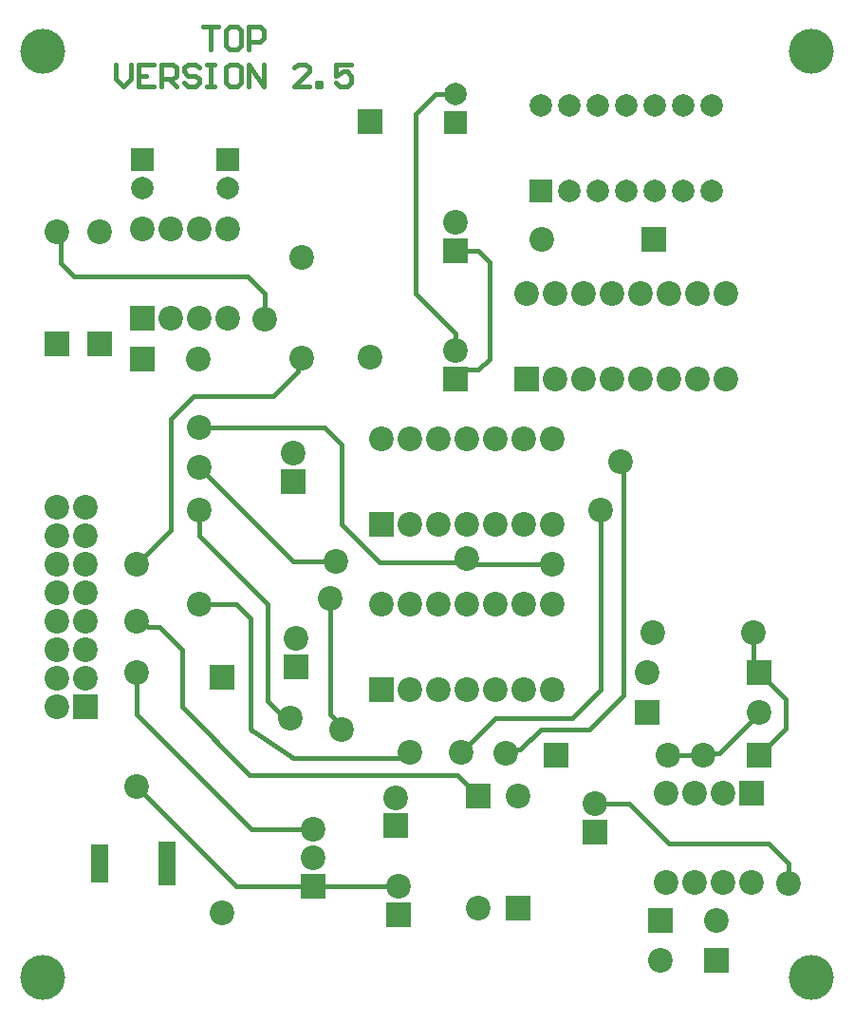
<source format=gtl>
%FSTAX23Y23*%
%MOIN*%
%SFA1B1*%

%IPPOS*%
%ADD19R,0.086610X0.086610*%
%ADD20C,0.086610*%
%ADD23R,0.086610X0.086610*%
%ADD24R,0.078740X0.078740*%
%ADD25C,0.078740*%
%ADD31C,0.015000*%
%ADD32C,0.157480*%
%ADD33R,0.059060X0.157480*%
%ADD34R,0.059060X0.137800*%
%ADD35C,0.086610*%
%LNtachometer-boardv2.5-1*%
%LPD*%
G54D19*
X0134Y0174D03*
X0078Y01202D03*
X0134Y0116D03*
X0104Y0124D03*
X0185Y0225D03*
X013Y03152D03*
X016Y0225D03*
Y027D03*
X0264Y00796D03*
X0168Y00786D03*
X0209Y0066D03*
X0182Y00393D03*
X0035Y02373D03*
X005Y02463D03*
X002Y02373D03*
X003Y011D03*
X014Y0037D03*
X0139Y00681D03*
X0103Y0189D03*
G54D20*
X0194Y0204D03*
X0184D03*
X0174D03*
X0164D03*
X0154D03*
X0144D03*
X0134D03*
X0194Y0174D03*
X0184D03*
X0174D03*
X0164D03*
X0154D03*
X0144D03*
X0078Y00377D03*
X0144Y0116D03*
X0154D03*
X0164D03*
X0174D03*
X0184D03*
X0194D03*
X0134Y0146D03*
X0144D03*
X0154D03*
X0164D03*
X0174D03*
X0184D03*
X0194D03*
X0104Y01338D03*
X01903Y0274D03*
X0195Y0225D03*
X0205D03*
X0215D03*
X0225D03*
X0235D03*
X0245D03*
X0255D03*
X0185Y0255D03*
X0195D03*
X0205D03*
X0215D03*
X0225D03*
X0235D03*
X0245D03*
X0255D03*
X013Y02327D03*
X016Y02348D03*
X0106Y02322D03*
Y02677D03*
X016Y02799D03*
X0264Y00483D03*
X0254D03*
X0244D03*
X0234D03*
Y00796D03*
X0244D03*
X0254D03*
X02471Y0093D03*
X02518Y0035D03*
X0168Y00393D03*
X02666Y0108D03*
X02321Y0021D03*
X0209Y00758D03*
X0182Y00786D03*
X0035Y02766D03*
X00698Y0232D03*
X005Y02776D03*
X006D03*
X007D03*
X008D03*
Y02463D03*
X007D03*
X006D03*
X002Y02766D03*
X02292Y0136D03*
X02647D03*
X02273Y0122D03*
X002Y018D03*
X003D03*
X002Y017D03*
X003D03*
X002Y016D03*
X003D03*
X002Y015D03*
X003D03*
X002Y014D03*
X003D03*
X002Y013D03*
X003D03*
X002Y012D03*
X003D03*
X002Y011D03*
X02346Y0093D03*
X014Y00468D03*
X011Y0067D03*
Y0057D03*
X0139Y0078D03*
X0103Y01988D03*
G54D23*
X02296Y0274D03*
X02668Y0093D03*
X02321Y0035D03*
X02273Y0108D03*
X02518Y0021D03*
X00501Y0232D03*
X02666Y0122D03*
X01953Y0093D03*
X011Y0047D03*
G54D24*
X019Y0291D03*
X016Y0315D03*
X005Y03018D03*
X008D03*
G54D25*
X02Y0291D03*
X021D03*
X022D03*
X023D03*
X024D03*
X025D03*
X019Y0321D03*
X02D03*
X021D03*
X022D03*
X023D03*
X024D03*
X025D03*
X016Y03249D03*
X005Y0292D03*
X008D03*
G54D31*
X007Y0146D02*
X0083D01*
X0088Y0141*
X02478Y00937D02*
X02527D01*
X02565Y00975D02*
X02666Y01076D01*
X02527Y00937D02*
X02565Y00975D01*
X02471Y0093D02*
X02478Y00937D01*
X02346Y0093D02*
X02471D01*
X0103Y0161D02*
X0118D01*
X0078Y0186D02*
D01*
X0103Y0161D01*
X007Y0194D02*
X0078Y0186D01*
X01679Y027D02*
X0172Y0266D01*
Y0232D02*
Y0266D01*
X016Y027D02*
X01679D01*
X01681Y02281D02*
X0172Y0232D01*
X01631Y02281D02*
X01681D01*
X016Y0225D02*
X01631Y02281D01*
X0083Y0047D02*
X011D01*
X0048Y0082D02*
X0083Y0047D01*
X0048Y01073D02*
Y0122D01*
Y01073D02*
X00883Y0067D01*
X0048Y016D02*
X006Y0172D01*
Y0211*
X0114Y0208D02*
X012Y0202D01*
Y0174D02*
X01332Y01607D01*
X012Y0174D02*
Y0202D01*
X007Y0208D02*
X0114D01*
X0164Y01607D02*
Y0162D01*
Y016D02*
Y01607D01*
X01332D02*
X01633D01*
X0164Y016D02*
X0164Y016D01*
X0194D02*
D01*
X0164D02*
X0194D01*
X0116Y01073D02*
Y0148D01*
Y01073D02*
X012Y01033D01*
Y0102D02*
Y01033D01*
X0162Y0094D02*
X0174Y0106D01*
X0201D02*
X0211Y0116D01*
X0174Y0106D02*
X0201D01*
X019Y0102D02*
X0207D01*
X0219Y0114*
X01828Y00948D02*
X019Y0102D01*
X01788Y00948D02*
X01828D01*
X01777Y00937D02*
X01788Y00948D01*
X0219Y0114D02*
Y0195D01*
X0218Y0196D02*
X0219Y0195D01*
X00883Y0067D02*
X011D01*
X0056Y0138D02*
X0064Y013D01*
X00519Y0138D02*
X0056D01*
X0064Y01098D02*
Y013D01*
X0048Y014D02*
X00499D01*
X00519Y0138*
X0064Y01098D02*
X00878Y0086D01*
X01606*
X0088Y01021D02*
X00884Y01017D01*
X00885Y01016D02*
X01031Y0092D01*
X00884Y01017D02*
X00885Y01016D01*
X0088Y01025D02*
Y0141D01*
Y01025D02*
X0088Y01021D01*
X01031Y0092D02*
X014D01*
X0142Y0094*
X0094Y0112D02*
Y0146D01*
X007Y017D02*
X0094Y0146D01*
Y0112D02*
X01Y0106D01*
X0102*
X007Y017D02*
Y0179D01*
X0142Y0094D02*
X0144D01*
X01606Y0086D02*
X0168Y00786D01*
X0235Y0062D02*
X027D01*
X0221Y0076D02*
X0235Y0062D01*
X027D02*
X0277Y0055D01*
Y0048D02*
Y0055D01*
X02091Y0076D02*
X0221D01*
X0209Y00758D02*
X02091Y0076D01*
X0146Y0255D02*
X016Y0241D01*
Y02348D02*
Y0241D01*
X0146Y0255D02*
Y0318D01*
X01529Y03249*
X016*
X0026Y0261D02*
X0087D01*
X0093Y0246D02*
Y0255D01*
X0087Y0261D02*
X0093Y0255D01*
X00213Y02656D02*
X0026Y0261D01*
X00213Y02656D02*
Y02753D01*
X002Y02766D02*
X00213Y02753D01*
X006Y0211D02*
X0068Y0219D01*
X0096*
X01046Y02276*
X011Y0047D02*
X01101Y00468D01*
X014*
X01046Y02276D02*
Y02309D01*
X0106Y02322*
X0211Y0116D02*
Y0179D01*
X02668Y0093D02*
X0276Y01021D01*
Y01126*
X02666Y0122D02*
X0276Y01126D01*
X02666Y01076D02*
Y0108D01*
X02647Y01239D02*
X02666Y0122D01*
X02647Y01239D02*
Y0136D01*
X00713Y03486D02*
X00766D01*
X0074*
Y03406*
X00833Y03486D02*
X00806D01*
X00793Y03473*
Y0342*
X00806Y03406*
X00833*
X00846Y0342*
Y03473*
X00833Y03486*
X00873Y03406D02*
Y03486D01*
X00913*
X00926Y03473*
Y03446*
X00913Y03433*
X00873*
X00406Y03354D02*
Y03301D01*
X00433Y03275*
X0046Y03301*
Y03354*
X0054D02*
X00486D01*
Y03275*
X0054*
X00486Y03314D02*
X00513D01*
X00566Y03275D02*
Y03354D01*
X00606*
X0062Y03341*
Y03314*
X00606Y03301*
X00566*
X00593D02*
X0062Y03275D01*
X007Y03341D02*
X00686Y03354D01*
X0066*
X00646Y03341*
Y03328*
X0066Y03314*
X00686*
X007Y03301*
Y03288*
X00686Y03275*
X0066*
X00646Y03288*
X00726Y03354D02*
X00753D01*
X0074*
Y03275*
X00726*
X00753*
X00833Y03354D02*
X00806D01*
X00793Y03341*
Y03288*
X00806Y03275*
X00833*
X00846Y03288*
Y03341*
X00833Y03354*
X00873Y03275D02*
Y03354D01*
X00926Y03275*
Y03354*
X01086Y03275D02*
X01033D01*
X01086Y03328*
Y03341*
X01073Y03354*
X01046*
X01033Y03341*
X01113Y03275D02*
Y03288D01*
X01126*
Y03275*
X01113*
X01233Y03354D02*
X01179D01*
Y03314*
X01206Y03328*
X01219*
X01233Y03314*
Y03288*
X01219Y03275*
X01193*
X01179Y03288*
G54D32*
X0015Y0015D03*
Y034D03*
X0285D03*
Y0015D03*
G54D33*
X00586Y0055D03*
G54D34*
X0035Y0055D03*
G54D35*
X007Y0146D03*
X0048Y0082D03*
Y0122D03*
Y016D03*
X0164Y0162D03*
X0194Y016D03*
X0116Y0148D03*
X0118Y0161D03*
X012Y0102D03*
X0162Y0094D03*
X01777Y00937D03*
X0218Y0196D03*
X007Y0208D03*
Y0194D03*
X0102Y0106D03*
X0144Y0094D03*
X0277Y0048D03*
X0093Y0246D03*
X007Y0179D03*
X0048Y014D03*
X0211Y0179D03*
M02*
</source>
